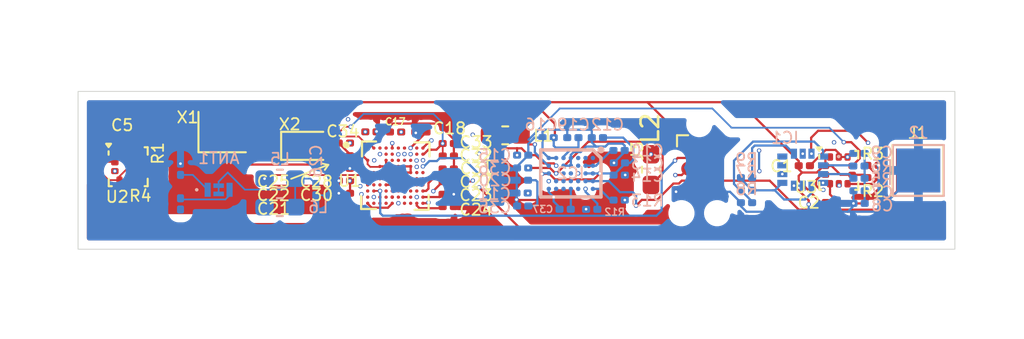
<source format=kicad_pcb>
(kicad_pcb (version 20240108) (generator "pcbnew") (generator_version "8.0")
  (layers (0 "F.Cu" signal "Front") (1 "In1.Cu" signal) (2 "In2.Cu" signal) (31 "B.Cu" signal "Back") (34 "B.Paste" user) (35 "F.Paste" user) (36 "B.SilkS" user "B.Silkscreen") (37 "F.SilkS" user "F.Silkscreen") (38 "B.Mask" user) (39 "F.Mask" user) (44 "Edge.Cuts" user))
  (net 0 "")
  (net 13 "unconnected-(U1A-P0.20-PadJ5)")
  (net 18 "/ISDS_INT_00")
  (net 24 "/ISDS_INT")
  (net 46 "/RESET")
  (net 47 "GND")
  (net 48 "/SWDIO")
  (net 49 "/SWCLK")
  (net 50 "/SWO")
  (net 51 "+3V3")
  (net 52 "VBUS")
  (net 53 "VDD")
  (net 54 "Net-(U1B-DEC4)")
  (net 55 "Net-(U1B-DECUSB)")
  (net 56 "Net-(U1C-XC1)")
  (net 57 "Net-(U1B-DEC5)")
  (net 58 "Net-(U1A-P0.00{slash}XL1)")
  (net 59 "Net-(U1A-ANT)")
  (net 60 "Net-(U1B-DEC1)")
  (net 61 "VCC")
  (net 62 "Net-(U2-SA0)")
  (net 63 "/PADS_INT01")
  (net 64 "/I2C_SDA")
  (net 65 "/I2C_SCL")
  (net 66 "Net-(U3-SA0)")
  (net 67 "Net-(ANT1-DUMMY_PAD_1)")
  (net 68 "Net-(ANT1-RADIATOR_ELECTRODE)")
  (net 69 "Net-(ANT1-FEED_POINT)")
  (net 70 "/RSVD3")
  (net 71 "Net-(IC2-VSET1)")
  (net 72 "Net-(IC2-VSET2)")
  (net 73 "/ISDS_INT_01")
  (net 74 "/PADS_INT02")
  (net 75 "/RSVD2")
  (net 76 "/SAO")
  (net 80 "/NRF_SDA")
  (net 82 "Net-(IC2-SW1)")
  (net 86 "/NRF_SCL")
  (net 89 "/SW2")
  (net 92 "/VBUSIN")
  (net 93 "Net-(IC2-VBUSOUT)")
  (net 94 "Net-(IC2-PVDD)")
  (net 95 "Net-(IC2-VOUT1)")
  (net 96 "/VOUTLD01")
  (net 97 "/3.0V")
  (net 98 "Net-(IC2-VDDIO)")
  (net 99 "/VBAT")
  (net 100 "/RF")
  (net 101 "/RSVD0")
  (net 102 "/RSVD1")
  (footprint "Resistor_SMD:R_0201_0603Metric" (layer "F.Cu") (at 171.1405 57.7855)
    (property "Reference" "R2")
    (property "Value" "0R 1%")
  )
  (footprint "Capacitor_SMD:C_0201_0603Metric" (layer "F.Cu") (at 145.36 55.185)
    (property "Reference" "C18")
    (property "Value" "1uF X7R 10%")
  )
  (footprint "TestPoint:TestPoint_Pad_2.5x2.5mm" (layer "F.Cu") (at 173.7 57.3775)
    (property "Reference" "J1")
    (property "Value" "Conn_01x01_Socket")
  )
  (footprint "NRF52840-CKAA-R:BGA94C35P10X10_360X354X51N" (layer "F.Cu") (at 143.9 57.675)
    (property "Reference" "U1")
    (property "Value" "NRF52840-CKAA-R")
  )
  (footprint "Capacitor_SMD:C_0201_0603Metric" (layer "F.Cu") (at 127.045 57.21 -90)
    (property "Reference" "C3" (hide yes))
    (property "Value" "100nF 10%")
  )
  (footprint "Capacitor_SMD:C_0201_0603Metric" (layer "F.Cu") (at 146.92 55.84 180)
    (property "Reference" "C33")
    (property "Value" "12pF NPO 2%")
  )
  (footprint "Capacitor_SMD:C_0201_0603Metric" (layer "F.Cu") (at 146.92 57.29 180)
    (property "Reference" "C31")
    (property "Value" "4.7uF X7R 10%")
  )
  (footprint "Capacitor_SMD:C_0201_0603Metric" (layer "F.Cu") (at 146.92 58.015)
    (property "Reference" "C27")
    (property "Value" "4.7uF X7S 10%")
  )
  (footprint "Resistor_SMD:R_0201_0603Metric" (layer "F.Cu") (at 171.1405 57.0855)
    (property "Reference" "R3")
    (property "Value" "~")
  )
  (footprint "Capacitor_SMD:C_0201_0603Metric" (layer "F.Cu") (at 140.99 56.535)
    (property "Reference" "C22")
    (property "Value" "12pF NP0 2%")
  )
  (footprint "Capacitor_SMD:C_0201_0603Metric" (layer "F.Cu") (at 146.92 59.44)
    (property "Reference" "C24")
    (property "Value" "4.7uF X7R 10%")
  )
  (footprint "Resistor_SMD:R_0201_0603Metric" (layer "F.Cu") (at 130.28 57.73 -90)
    (property "Reference" "R1")
    (property "Value" "0R 1%")
  )
  (footprint "Capacitor_SMD:C_0201_0603Metric" (layer "F.Cu") (at 141 58.6775)
    (property "Reference" "C30")
    (property "Value" "100nF X7R 10%")
  )
  (footprint "Capacitor_SMD:C_0201_0603Metric" (layer "F.Cu") (at 167.2255 57.1055)
    (property "Reference" "C1")
    (property "Value" "100nF 10%")
  )
  (footprint "Package_LGA:ST_HLGA-10_2x2mm_P0.5mm_LayoutBorder3x2y" (layer "F.Cu") (at 128.67 57.165)
    (property "Reference" "U2")
    (property "Value" "WSEN-PADS_2511020213301")
  )
  (footprint "Inductor_SMD:L_0603_1608Metric_Pad1.05x0.95mm_HandSolder" (layer "F.Cu") (at 158.48 57.33 90)
    (property "Reference" "L2")
    (property "Value" "2.2uH DCR <400mR 20%")
  )
  (footprint "Crystal:Crystal_SMD_2016-4Pin_2.0x1.6mm" (layer "F.Cu") (at 134.025 55.19)
    (property "Reference" "X1")
    (property "Value" "XTAL 32MHz 8pF")
  )
  (footprint "Capacitor_SMD:C_0201_0603Metric" (layer "F.Cu") (at 140.99 57.26)
    (property "Reference" "C21")
    (property "Value" "12pF NP0 2%")
  )
  (footprint "Capacitor_SMD:C_0201_0603Metric" (layer "F.Cu") (at 146.925 56.5525)
    (property "Reference" "C32")
    (property "Value" "12pF NP0 2%")
  )
  (footprint "Inductor_SMD:L_0603_1608Metric_Pad1.05x0.95mm_HandSolder" (layer "F.Cu") (at 150.17 55.375)
    (property "Reference" "L1")
    (property "Value" "2.2uH DCR <400mR 20%")
  )
  (footprint "Capacitor_SMD:C_0201_0603Metric" (layer "F.Cu") (at 128.32 55.555)
    (property "Reference" "C5")
    (property "Value" "10uF 10%")
  )
  (footprint "Capacitor_SMD:C_0201_0603Metric" (layer "F.Cu") (at 168.773 59.203)
    (property "Reference" "C2")
    (property "Value" "10uF 10%")
  )
  (footprint "Capacitor_SMD:C_0201_0603Metric" (layer "F.Cu") (at 143.915 55.185)
    (property "Reference" "C17")
    (property "Value" "1uF X7R 10%")
  )
  (footprint "Resistor_SMD:R_0201_0603Metric" (layer "F.Cu") (at 128.055 58.765 180)
    (property "Reference" "R4")
    (property "Value" "~")
  )
  (footprint "Crystal:Crystal_SMD_2012-2Pin_2.0x1.2mm" (layer "F.Cu") (at 138.59 55.975)
    (property "Reference" "X2")
    (property "Value" "XTAL 32.768kHz 9pF")
  )
  (footprint "Capacitor_SMD:C_0201_0603Metric" (layer "F.Cu") (at 142.51 55.175)
    (property "Reference" "C34")
    (property "Value" "820pF X7R 10%")
  )
  (footprint "Capacitor_SMD:C_0201_0603Metric" (layer "F.Cu") (at 140.995 55.815)
    (property "Reference" "C25")
    (property "Value" "100nF X7R 10%")
  )
  (footprint "Connector:Tag-Connect_TC2030-IDC-NL_2x03_P1.27mm_Vertical" (layer "F.Cu") (at 161.235 57.275 -90)
    (property "Reference" "J3")
    (property "Value" "TagConnect")
  )
  (footprint "Capacitor_SMD:C_0201_0603Metric" (layer "F.Cu") (at 141 57.9625)
    (property "Reference" "C28")
    (property "Value" "100nF X7R 10%")
  )
  (footprint "Package_LGA:ST_HLGA-10_2x2mm_P0.5mm_LayoutBorder3x2y" (layer "F.Cu") (at 169.1905 57.373)
    (property "Reference" "U3")
    (property "Value" "WSEN-PADS_2511020213301")
  )
  (footprint "Capacitor_SMD:C_0201_0603Metric" (layer "F.Cu") (at 146.915 58.735)
    (property "Reference" "C23")
    (property "Value" "4.7uF X7R 10%")
  )
  (footprint "Inductor_SMD:L_0603_1608Metric_Pad1.05x0.95mm_HandSolder" (layer "B.Cu") (at 137.315 59.47 180)
    (property "Reference" "L6")
    (property "Value" "4.7nH 5% 0201")
  )
  (footprint "TestPoint:TestPoint_Pad_2.5x2.5mm" (layer "B.Cu") (at 173.73 57.3775 180)
    (property "Reference" "J2")
    (property "Value" "Conn_01x01_Socket")
  )
  (footprint "Inductor_SMD:L_0603_1608Metric_Pad1.05x0.95mm_HandSolder" (layer "B.Cu") (at 137.32 57.845)
    (property "Reference" "L5")
    (property "Value" "3.9nH 5% 0201")
  )
  (footprint "Capacitor_SMD:C_0201_0603Metric" (layer "B.Cu") (at 170.348 58.5355 180)
    (property "Reference" "C7")
    (property "Value" "100nF 10%")
  )
  (footprint "Capacitor_SMD:C_0201_0603Metric" (layer "B.Cu") (at 131.65 57.31 -90)
    (property "Reference" "C4" (hide yes))
    (property "Value" "6.2pF NPO 5%")
  )
  (footprint "Capacitor_SMD:C_0201_0603Metric" (layer "B.Cu") (at 139.365 58.47 -90)
    (property "Reference" "C26")
    (property "Value" "1.0pF NPO 5%")
  )
  (footprint "Resistor_SMD:R_0201_0603Metric" (layer "B.Cu") (at 163.928 58.5055 180)
    (property "Reference" "R7")
    (property "Value" "100k 1%")
  )
  (footprint "Capacitor_SMD:C_0201_0603Metric" (layer "B.Cu") (at 170.343 56.4055 180)
    (property "Reference" "C9")
    (property "Value" "4.7uF 10%")
  )
  (footprint "Capacitor_SMD:C_0201_0603Metric" (layer "B.Cu") (at 156.66 56.2375)
    (property "Reference" "C10")
    (property "Value" "1.0uF")
  )
  (footprint "Capacitor_SMD:C_0201_0603Metric" (layer "B.Cu") (at 131.65 59.285 -90)
    (property "Reference" "C6" (hide yes))
    (property "Value" "0.8pF NPO 5%")
  )
  (footprint "ANT016008LCS2442MA1:ANT016008LCS2442MA1" (layer "B.Cu") (at 133.825 58.48)
    (property "Reference" "ANT1")
    (property "Value" "ANT016008LCS2442MA1" (hide yes))
  )
  (footprint "Capacitor_SMD:C_0201_0603Metric" (layer "B.Cu") (at 155.425 55.505 180)
    (property "Reference" "C12")
    (property "Value" "10uF X5R 25V 20%")
  )
  (footprint "nPM1300-CAAA-R:BGA35C44P7X5_308X238X51" (layer "B.Cu") (at 153.911 57.5475 180)
    (property "Reference" "IC2")
    (property "Value" "nPM1300-CAAA-R" (hide yes))
  )
  (footprint "Capacitor_SMD:C_0201_0603Metric" (layer "B.Cu") (at 156.67 57.645)
    (property "Reference" "C14")
    (property "Value" "10uF X5R 25V 20%")
  )
  (footprint "Capacitor_SMD:C_0201_0603Metric" (layer "B.Cu") (at 154.025 55.505 180)
    (property "Reference" "C19")
    (property "Value" "10uF X5R 25V 20%")
  )
  (footprint "Capacitor_SMD:C_0201_0603Metric" (layer "B.Cu") (at 170.348 59.2555 180)
    (property "Reference" "C8")
    (property "Value" "100nF 10%")
  )
  (footprint "Capacitor_SMD:C_0201_0603Metric" (layer "B.Cu") (at 152.615 55.505 180)
    (property "Reference" "C16")
    (property "Value" "10uF X5R 25V 20%")
  )
  (footprint "Capacitor_SMD:C_0201_0603Metric" (layer "B.Cu") (at 151.16 57.235 180)
    (property "Reference" "C36")
    (property "Value" "10uF X5R 25V 20%")
  )
  (footprint "2536030320001:2536030320001" (layer "B.Cu") (at 167.133 57.335 180)
    (property "Reference" "IC1")
    (property "Value" "2536030320001" (hide yes))
  )
  (footprint "Capacitor_SMD:C_0201_0603Metric" (layer "B.Cu") (at 153.585 59.59 180)
    (property "Reference" "C37")
    (property "Value" "100nF X5R 10%")
  )
  (footprint "Capacitor_SMD:C_0201_0603Metric" (layer "B.Cu") (at 151.165 59.405 180)
    (property "Reference" "C35")
    (property "Value" "10uF X5R 25V 20%")
  )
  (footprint "Resistor_SMD:R_0201_0603Metric" (layer "B.Cu") (at 155.1 59.595 180)
    (property "Reference" "R12")
    (property "Value" "47k 1%")
  )
  (footprint "Capacitor_SMD:C_0201_0603Metric" (layer "B.Cu") (at 151.165 56.505)
    (property "Reference" "C15")
    (property "Value" "10uF X5R 25V 20%")
  )
  (footprint "Resistor_SMD:R_0201_0603Metric" (layer "B.Cu") (at 170.338 57.1255 180)
    (property "Reference" "R6")
    (property "Value" "0R 1%")
  )
  (footprint "Capacitor_SMD:C_0201_0603Metric" (layer "B.Cu") (at 151.145 57.935 180)
    (property "Reference" "C20")
    (property "Value" "10uF X5R 25V 20%")
  )
  (footprint "Capacitor_SMD:C_0201_0603Metric" (layer "B.Cu") (at 151.13 58.665 180)
    (property "Reference" "C11")
    (property "Value" "1.0uF X5R 10V 10%")
  )
  (footprint "Resistor_SMD:R_0201_0603Metric" (layer "B.Cu") (at 170.343 57.8255 180)
    (property "Reference" "R5")
    (property "Value" "0R 1%")
  )
  (footprint "Resistor_SMD:R_0201_0603Metric" (layer "B.Cu") (at 156.665 59.0675)
    (property "Reference" "R13")
    (property "Value" "270k 1%")
  )
  (footprint "Resistor_SMD:R_0201_0603Metric" (layer "B.Cu") (at 163.928 59.2155 180)
    (property "Reference" "R8")
    (property "Value" "~")
  )
  (footprint "Resistor_SMD:R_0201_0603Metric" (layer "B.Cu") (at 163.928 57.7855 180)
    (property "Reference" "R9")
    (property "Value" "100k 1%")
  )
  (footprint "Capacitor_SMD:C_0201_0603Metric" (layer "B.Cu") (at 156.68 56.945 180)
    (property "Reference" "C13")
    (property "Value" "10uF X5R 25V 20%")
  )
  (gr_line (start 137.96 57.855) (end 140.08 57.055) (stroke (width 0.1)) (layer "F.SilkS"))
  (gr_line (start 139.88 57.345) (end 140.08 57.055) (stroke (width 0.1)) (layer "F.SilkS"))
  (gr_line (start 140.08 57.055) (end 139.88 57.345) (stroke (width 0.1)) (layer "F.SilkS"))
  (gr_line (start 140.08 57.055) (end 139.73 56.985) (stroke (width 0.1)) (layer "F.SilkS"))
  (gr_rect (start 125.81 52.87) (end 175.81 61.87) (stroke (width 0.05)) (fill none) (layer "Edge.Cuts"))
  (segment (start 133.325 54.64) (end 134.725 54.64) (width 0.1) (layer "F.Cu") (net 0))
  (segment (start 143.725 58.895) (end 143.725 58.9) (width 0.2) (layer "F.Cu") (net 13))
  (segment (start 145.475 56.795) (end 145.48 56.795) (width 0.127) (layer "F.Cu") (net 18))
  (via (at 168.2905 58.085369) (size 0.25) (drill 0.15) (layers "F.Cu" "B.Cu") (net 18))
  (via (at 164.66 57.415) (size 0.25) (drill 0.15) (layers "F.Cu" "B.Cu") (net 18))
  (via (at 148.315 55.3415) (size 0.25) (drill 0.15) (layers "F.Cu" "B.Cu") (net 18))
  (via (at 145.48 56.795) (size 0.25) (drill 0.15) (layers "F.Cu" "B.Cu") (net 18))
  (via (at 164.645 56.2465) (size 0.25) (drill 0.15) (layers "F.Cu" "B.Cu") (net 18))
  (segment (start 168.296 58.085) (end 168.290869 58.085) (width 0.2) (layer "B.Cu") (net 18))
  (segment (start 168.290869 58.085) (end 168.2905 58.085369) (width 0.2) (layer "B.Cu") (net 18))
  (segment (start 164.645 56.2465) (end 164.645 57.4) (width 0.127) (layer "B.Cu") (net 18))
  (segment (start 164.645 57.4) (end 164.66 57.415) (width 0.127) (layer "B.Cu") (net 18))
  (segment (start 164.397 55.958) (end 166.168 55.958) (width 0.127) (layer "B.Cu") (net 24))
  (segment (start 164.248 56.107) (end 164.397 55.958) (width 0.127) (layer "B.Cu") (net 24))
  (segment (start 164.248 57.7855) (end 164.248 56.107) (width 0.127) (layer "B.Cu") (net 24))
  (segment (start 166.168 55.958) (end 166.633 56.423) (width 0.127) (layer "B.Cu") (net 24))
  (segment (start 159.87 57.64) (end 160.235 57.64) (width 0.127) (layer "F.Cu") (net 46))
  (segment (start 160.235 57.64) (end 160.6 57.275) (width 0.127) (layer "F.Cu") (net 46))
  (via (at 144.075 59.245) (size 0.25) (drill 0.15) (layers "F.Cu" "B.Cu") (net 46))
  (via (at 159.87 57.64) (size 0.25) (drill 0.15) (layers "F.Cu" "B.Cu") (net 46))
  (segment (start 147.245 57.285) (end 147.24 57.29) (width 0.127) (layer "F.Cu") (net 47))
  (segment (start 144.075 57.495) (end 144.425 57.495) (width 0.127) (layer "F.Cu") (net 47))
  (segment (start 142.32 57.021776) (end 142.473224 57.175) (width 0.1) (layer "F.Cu") (net 47))
  (segment (start 170.028 59.2555) (end 169.1455 59.2555) (width 0.127) (layer "F.Cu") (net 47))
  (segment (start 145.068335 55.235815) (end 145.04 55.20748) (width 0.127) (layer "F.Cu") (net 47))
  (segment (start 168.999999 56.2075) (end 169.1905 56.398001) (width 0.127) (layer "F.Cu") (net 47))
  (segment (start 152.7615 59.0635) (end 150.8335 59.0635) (width 0.127) (layer "F.Cu") (net 47))
  (segment (start 144.88 54.7075) (end 145.04 54.8675) (width 0.127) (layer "F.Cu") (net 47))
  (segment (start 148.32 57.955) (end 148.26 58.015) (width 0.1) (layer "F.Cu") (net 47))
  (segment (start 171.881 58.0086) (end 171.881 57.506) (width 0.127) (layer "F.Cu") (net 47))
  (segment (start 144.075 58.195) (end 143.725 58.195) (width 0.127) (layer "F.Cu") (net 47))
  (segment (start 141.31 56.535) (end 142.0415 56.535) (width 0.127) (layer "F.Cu") (net 47))
  (segment (start 143.375 56.795) (end 143.375 57.145) (width 0.127) (layer "F.Cu") (net 47))
  (segment (start 144.075 57.145) (end 143.725 57.145) (width 0.127) (layer "F.Cu") (net 47))
  (segment (start 157.01 57.635) (end 157.01 59.045) (width 0.127) (layer "F.Cu") (net 47))
  (segment (start 143.725 57.845) (end 143.375 57.845) (width 0.127) (layer "F.Cu") (net 47))
  (segment (start 143 57.175) (end 143.025 57.15) (width 0.1) (layer "F.Cu") (net 47))
  (segment (start 171.881 57.506) (end 171.4605 57.0855) (width 0.127) (layer "F.Cu") (net 47))
  (segment (start 167.474435 59.309435) (end 167.474435 59.088435) (width 0.127) (layer "F.Cu") (net 47))
  (segment (start 143.595 55.185) (end 143.595 54.8525) (width 0.127) (layer "F.Cu") (net 47))
  (segment (start 146.3375 54.7025) (end 147.24 55.605) (width 0.127) (layer "F.Cu") (net 47))
  (segment (start 144.075 57.845) (end 143.725 57.845) (width 0.127) (layer "F.Cu") (net 47))
  (segment (start 157.01 59.045) (end 156.99 59.065) (width 0.127) (layer "F.Cu") (net 47))
  (segment (start 147.24 59.395) (end 147.235 59.4) (width 0.127) (layer "F.Cu") (net 47))
  (segment (start 170.0325 59.26) (end 170.6296 59.26) (width 0.127) (layer "F.Cu") (net 47))
  (segment (start 131.65 56.99) (end 131.0625 56.4025) (width 0.1) (layer "F.Cu") (net 47))
  (segment (start 150.8335 59.0635) (end 150.81 59.04) (width 0.127) (layer "F.Cu") (net 47))
  (segment (start 168.4435 56.2075) (end 168.999999 56.2075) (width 0.127) (layer "F.Cu") (net 47))
  (segment (start 141.31 56.45) (end 140.675 55.815) (width 0.127) (layer "F.Cu") (net 47))
  (segment (start 128.67 56.4025) (end 129.17 56.4025) (width 0.1) (layer "F.Cu") (net 47))
  (segment (start 169.1455 59.2555) (end 169.093 59.203) (width 0.127) (layer "F.Cu") (net 47))
  (segment (start 145.72 59.245) (end 145.475 59.245) (width 0.127) (layer "F.Cu") (net 47))
  (segment (start 127.06 57.44) (end 127.5475 57.9275) (width 0.1) (layer "F.Cu") (net 47))
  (segment (start 143.375 57.495) (end 143.725 57.495) (width 0.127) (layer "F.Cu") (net 47))
  (segment (start 152.93 58.895) (end 152.7615 59.0635) (width 0.127) (layer "F.Cu") (net 47))
  (segment (start 143.375 58.195) (end 143.725 58.195) (width 0.127) (layer "F.Cu") (net 47))
  (segment (start 143.585 55.175) (end 143.595 55.185) (width 0.127) (layer "F.Cu") (net 47))
  (segment (start 143.725 57.495) (end 144.075 57.495) (width 0.127) (layer "F.Cu") (net 47))
  (segment (start 147.24 58.015) (end 147.24 58.74) (width 0.127) (layer "F.Cu") (net 47))
  (segment (start 144.795 54.7025) (end 146.3375 54.7025) (width 0.127) (layer "F.Cu") (net 47))
  (segment (start 144.775 57.845) (end 144.425 57.845) (width 0.127) (layer "F.Cu") (net 47))
  (segment (start 144.425 57.145) (end 144.075 57.145) (width 0.127) (layer "F.Cu") (net 47))
  (segment (start 167.5455 57.1055) (end 168.4435 56.2075) (width 0.127) (layer "F.Cu") (net 47))
  (segment (start 156.99 59.065) (end 156.99 59.485) (width 0.127) (layer "F.Cu") (net 47))
  (segment (start 171.4605 57.0819) (end 171.4605 57.0855) (width 0.127) (layer "F.Cu") (net 47))
  (segment (start 145.04 54.8675) (end 145.04 55.185) (width 0.127) (layer "F.Cu") (net 47))
  (segment (start 170.6296 59.26) (end 171.881 58.0086) (width 0.127) (layer "F.Cu") (net 47))
  (segment (start 144.425 57.495) (end 144.775 57.495) (width 0.127) (layer "F.Cu") (net 47))
  (segment (start 144.775 58.195) (end 144.425 58.195) (width 0.127) (layer "F.Cu") (net 47))
  (segment (start 156.89 59.585) (end 154.78 59.585) (width 0.127) (layer "F.Cu") (net 47))
  (segment (start 144.775 57.495) (end 144.775 57.145) (width 0.127) (layer "F.Cu") (net 47))
  (segment (start 160.555 58.59) (end 160.6 58.545) (width 0.127) (layer "F.Cu") (net 47))
  (segment (start 128.655 56.3875) (end 128.67 56.4025) (width 0.1) (layer "F.Cu") (net 47))
  (segment (start 147.235 59.4) (end 147.24 59.405) (width 0.127) (layer "F.Cu") (net 47))
  (segment (start 147.24 55.84) (end 147.24 56.5475) (width 0.127) (layer "F.Cu") (net 47))
  (segment (start 169.093 59.148) (end 168.6905 58.7455) (width 0.127) (layer "F.Cu") (net 47))
  (segment (start 147.24 55.605) (end 147.24 55.84) (width 0.127) (layer "F.Cu") (net 47))
  (segment (start 142.83 55.152) (end 142.83 55.175) (width 0.127) (layer "F.Cu") (net 47))
  (segment (start 143.375 57.145) (end 143.725 57.145) (width 0.127) (layer "F.Cu") (net 47))
  (segment (start 142.83 55.175) (end 143.585 55.175) (width 0.127) (layer "F.Cu") (net 47))
  (segment (start 143.595 54.8525) (end 143.745 54.7025) (width 0.127) (layer "F.Cu") (net 47))
  (segment (start 144.775 57.145) (end 144.425 57.145) (width 0.127) (layer "F.Cu") (net 47))
  (segment (start 167.474435 59.088435) (end 166.633 58.247) (width 0.127) (layer "F.Cu") (net 47))
  (segment (start 168.6905 58.7455) (end 168.6905 58.1355) (width 0.127) (layer "F.Cu") (net 47))
  (segment (start 144.425 58.195) (end 144.075 58.195) (width 0.127) (layer "F.Cu") (net 47))
  (segment (start 145.791999 59.206501) (end 145.758499 59.206501) (width 0.127) (layer "F.Cu") (net 47))
  (segment (start 140.68 58.6775) (end 140.68 57.9625) (width 0.127) (layer "F.Cu") (net 47))
  (segment (start 127.5475 57.9275) (end 128.17 57.9275) (width 0.1) (layer "F.Cu") (net 47))
  (segment (start 144.425 57.845) (end 144.075 57.845) (width 0.127) (layer "F.Cu") (net 47))
  (segment (start 148.26 58.015) (end 147.24 58.015) (width 0.1) (layer "F.Cu") (net 47))
  (segment (start 147.245 56.5525) (end 147.245 57.285) (width 0.127) (layer "F.Cu") (net 47))
  (segment (start 128.67 57.215001) (end 128.67 56.4025) (width 0.1) (layer "F.Cu") (net 47))
  (segment (start 156.99 59.485) (end 156.89 59.585) (width 0.127) (layer "F.Cu") (net 47))
  (segment (start 147.24 56.5475) (end 147.245 56.5525) (width 0.127) (layer "F.Cu") (net 47))
  (segment (start 169.1905 56.6105) (end 169.6905 56.6105) (width 0.127) (layer "F.Cu") (net 47))
  (segment (start 141.31 57.26) (end 141.31 56.535) (width 0.127) (layer "F.Cu") (net 47))
  (segment (start 147.24 58.74) (end 147.24 59.395) (width 0.127) (layer "F.Cu") (net 47))
  (segment (start 143.375 57.145) (end 143.025 57.145) (width 0.127) (layer "F.Cu") (net 47))
  (segment (start 131.0625 56.4025) (end 129.17 56.4025) (width 0.1) (layer "F.Cu") (net 47))
  (segment (start 157.01 57.585) (end 156.37 56.945) (width 0.127) (layer "F.Cu") (net 47))
  (segment (start 147.24 58.015) (end 147.24 57.29) (width 0.127) (layer "F.Cu") (net 47))
  (segment (start 145.758499 59.206501) (end 145.72 59.245) (width 0.127) (layer "F.Cu") (net 47))
  (segment (start 169.1905 56.398001) (end 169.1905 56.6105) (width 0.127) (layer "F.Cu") (net 47))
  (segment (start 128.17 57.715001) (end 128.67 57.215001) (width 0.1) (layer "F.Cu") (net 47))
  (segment (start 159.91 58.59) (end 160.555 58.59) (width 0.127) (layer "F.Cu") (net 47))
  (segment (start 143.375 57.845) (end 143.375 57.495) (width 0.127) (layer "F.Cu") (net 47))
  (segment (start 143.745 54.7025) (end 144.785 54.7025) (width 0.127) (layer "F.Cu") (net 47))
  (segment (start 170.028 59.2555) (end 170.0325 59.26) (width 0.127) (layer "F.Cu") (net 47))
  (segment (start 128.655 55.555) (end 128.655 56.3875) (width 0.1) (layer "F.Cu") (net 47))
  (segment (start 147.24 59.405) (end 147.24 59.44) (width 0.127) (layer "F.Cu") (net 47))
  (segment (start 152.93 58.895) (end 153.62 59.585) (width 0.127) (layer "F.Cu") (net 47))
  (segment (start 142.32 56.8) (end 142.32 57.021776) (width 0.1) (layer "F.Cu") (net 47))
  (segment (start 169.093 59.203) (end 169.093 59.148) (width 0.127) (layer "F.Cu") (net 47))
  (segment (start 142.0415 56.535) (end 142.3065 56.8) (width 0.127) (layer "F.Cu") (net 47))
  (segment (start 142.473224 57.175) (end 143 57.175) (width 0.1) (layer "F.Cu") (net 47))
  (segment (start 141.31 56.535) (end 141.31 56.45) (width 0.127) (layer "F.Cu") (net 47))
  (segment (start 128.17 57.9275) (end 128.17 57.715001) (width 0.1) (layer "F.Cu") (net 47))
  (segment (start 145.04 55.20748) (end 145.04 55.185) (width 0.127) (layer "F.Cu") (net 47))
  (segment (start 144.775 58.195) (end 144.775 57.845) (width 0.127) (layer "F.Cu") (net 47))
  (segment (start 157.01 57.635) (end 157.01 57.585) (width 0.127) (layer "F.Cu") (net 47))
  (segment (start 153.62 59.585) (end 154.78 59.585) (width 0.127) (layer "F.Cu") (net 47))
  (via (at 148.32 57.955) (size 0.25) (drill 0.15) (layers "F.Cu" "B.Cu") (net 47))
  (via (at 141.905 58.275) (size 0.25) (drill 0.15) (layers "F.Cu" "B.Cu") (net 47))
  (via (at 150.81 59.04) (size 0.25) (drill 0.15) (layers "F.Cu" "B.Cu") (net 47))
  (via (at 171.4605 57.0855) (size 0.25) (drill 0.15) (layers "F.Cu" "B.Cu") (net 47))
  (via (at 170.028 59.2555) (size 0.25) (drill 0.15) (layers "F.Cu" "B.Cu") (net 47))
  (via (at 145.068335 55.235815) (size 0.25) (drill 0.15) (layers "F.Cu" "B.Cu") (net 47))
  (via (at 131.65 56.99) (size 0.25) (drill 0.15) (layers "F.Cu" "B.Cu") (net 47))
  (via (at 166.633 58.247) (size 0.25) (drill 0.15) (layers "F.Cu" "B.Cu") (net 47))
  (via (at 159.91 58.59) (size 0.25) (drill 0.15) (layers "F.Cu" "B.Cu") (net 47))
  (via (at 141.205 54.46) (size 0.25) (drill 0.15) (layers "F.Cu" "B.Cu") (net 47))
  (via (at 157.01 57.635) (size 0.25) (drill 0.15) (layers "F.Cu" "B.Cu") (net 47))
  (via (at 152.93 58.895) (size 0.25) (drill 0.15) (layers "F.Cu" "B.Cu") (net 47))
  (via (at 169.6905 56.6105) (size 0.25) (drill 0.15) (layers "F.Cu" "B.Cu") (net 47))
  (via (at 156.37 56.945) (size 0.25) (drill 0.15) (layers "F.Cu" "B.Cu") (net 47))
  (via (at 141.31 57.26) (size 0.25) (drill 0.15) (layers "F.Cu" "B.Cu") (net 47))
  (via (at 145.791999 59.206501) (size 0.25) (drill 0.15) (layers "F.Cu" "B.Cu") (net 47))
  (via (at 142.83 55.152) (size 0.25) (drill 0.15) (layers "F.Cu" "B.Cu") (net 47))
  (via (at 167.474435 59.309435) (size 0.25) (drill 0.15) (layers "F.Cu" "B.Cu") (net 47))
  (via (at 147.235 58.735) (size 0.25) (drill 0.15) (layers "F.Cu" "B.Cu") (net 47))
  (via (at 156.99 59.065) (size 0.25) (drill 0.15) (layers "F.Cu" "B.Cu") (net 47))
  (via (at 144.421989 56.441989) (size 0.25) (drill 0.15) (layers "F.Cu" "B.Cu") (net 47))
  (via (at 140.68 58.6775) (size 0.25) (drill 0.15) (layers "F.Cu" "B.Cu") (net 47))
  (via (at 154.78 59.585) (size 0.25) (drill 0.15) (layers "F.Cu" "B.Cu") (net 47))
  (via (at 140.68 57.9625) (size 0.25) (drill 0.15) (layers "F.Cu" "B.Cu") (net 47))
  (segment (start 169.8955 56.4055) (end 169.6905 56.6105) (width 0.1) (layer "B.Cu") (net 47))
  (segment (start 155.105 55.77) (end 155.105 55.505) (width 0.127) (layer "B.Cu") (net 47))
  (segment (start 151.485 55.86) (end 151.485 56.505) (width 0.127) (layer "B.Cu") (net 47))
  (segment (start 155.35 56.015) (end 155.17 55.835) (width 0.127) (layer "B.Cu") (net 47))
  (segment (start 152.93 58.895) (end 152.654 58.619) (width 0.127) (layer "B.Cu") (net 47))
  (segment (start 152.295 55.17) (end 152.41 55.055) (width 0.127) (layer "B.Cu") (net 47))
  (segment (start 153.911 56.6675) (end 153.911 56.490724) (width 0.127) (layer "B.Cu") (net 47))
  (segment (start 156.37 56.945) (end 156.3564 56.945) (width 0.127) (layer "B.Cu") (net 47))
  (segment (start 155.105 55.1) (end 155.105 55.505) (width 0.127) (layer "B.Cu") (net 47))
  (segment (start 173.73 57.38) (end 173.73 57.3775) (width 0.127) (layer "B.Cu") (net 47))
  (segment (start 152.93 59.145) (end 153.38 59.595) (width 0.127) (layer "B.Cu") (net 47))
  (segment (start 156.36 56.9414) (end 156.36 56.945) (width 0.127) (layer "B.Cu") (net 47))
  (segment (start 153.71 55.055) (end 155.06 55.055) (width 0.127) (layer "B.Cu") (net 47))
  (segment (start 150.81 58.665) (end 150.81 59.37) (width 0.127) (layer "B.Cu") (net 47))
  (segment (start 156.98 56.2375) (end 156.8905 56.327) (width 0.127) (layer "B.Cu") (net 47))
  (segment (start 167.64 59.7315) (end 169.7035 59.7315) (width 0.127) (layer "B.Cu") (net 47))
  (segment (start 156.8905 56.4109) (end 156.37 56.9314) (width 0.127) (layer "B.Cu") (net 47))
  (segment (start 150.81 59.04) (end 150.845 59.075) (width 0.127) (layer "B.Cu") (net 47))
  (segment (start 156.0466 55.847) (end 155.8786 56.015) (width 0.127) (layer "B.Cu") (net 47))
  (segment (start 152.654 58.619) (end 152.654 58.4275) (width 0.127) (layer "B.Cu") (net 47))
  (segment (start 156.98 59.0625) (end 156.985 59.0675) (width 0.127) (layer "B.Cu") (net 47))
  (segment (start 140.71 57.9325) (end 140.68 57.9625) (width 0.127) (layer "B.Cu") (net 47))
  (segment (start 152.295 55.505) (end 152.295 55.17) (width 0.127) (layer "B.Cu") (net 47))
  (segment (start 140.6 58.0425) (end 140.68 57.9625) (width 0.1) (layer "B.Cu") (net 47))
  (segment (start 162.9875 58.595) (end 163.608 59.2155) (width 0.127) (layer "B.Cu") (net 47))
  (segment (start 156.8905 56.327) (end 156.8905 56.4109) (width 0.127) (layer "B.Cu") (net 47))
  (segment (start 153.073 56.6675) (end 152.654 56.6675) (width 0.127) (layer "B.Cu") (net 47))
  (segment (start 151.84 55.505) (end 152.295 55.505) (width 0.127) (layer "B.Cu") (net 47))
  (segment (start 159.915 58.595) (end 162.9875 58.595) (width 0.127) (layer "B.Cu") (net 47))
  (segment (start 140.5675 58.79) (end 140.68 58.6775) (width 0.1) (layer "B.Cu") (net 47))
  (segment (start 152.93 58.895) (end 152.93 59.145) (width 0.127) (layer "B.Cu") (net 47))
  (segment (start 155.8786 56.015) (end 155.35 56.015) (width 0.127) (layer "B.Cu") (net 47))
  (segment (start 153.705 55.505) (end 153.705 55.06) (width 0.127) (layer "B.Cu") (net 47))
  (segment (start 152.295 56.3085) (end 152.295 55.505) (width 0.127) (layer "B.Cu") (net 47))
  (segment (start 150.845 59.075) (end 150.845 59.405) (width 0.127) (layer "B.Cu") (net 47))
  (segment (start 151.84 55.505) (end 151.485 55.86) (width 0.127) (layer "B.Cu") (net 47))
  (segment (start 167.474435 59.565935) (end 167.64 59.7315) (width 0.127) (layer "B.Cu") (net 47))
  (segment (start 166.633 58.247) (end 167.133 58.247) (width 0.127) (layer "B.Cu") (net 47))
  (segment (start 156.37 56.9314) (end 156.37 56.945) (width 0.127) (layer "B.Cu") (net 47))
  (segment (start 152.41 55.055) (end 153.71 55.055) (width 0.127) (layer "B.Cu") (net 47))
  (segment (start 159.91 58.59) (end 159.915 58.595) (width 0.127) (layer "B.Cu") (net 47))
  (segment (start 154.072724 56.329) (end 154.471 56.329) (width 0.127) (layer "B.Cu") (net 47))
  (segment (start 156.985 57.65) (end 157 57.635) (width 0.127) (layer "B.Cu") (net 47))
  (segment (start 157.01 57.625) (end 156.99 57.645) (width 0.127) (layer "B.Cu") (net 47))
  (segment (start 150.825 57.25) (end 150.84 57.235) (width 0.127) (layer "B.Cu") (net 47))
  (segment (start 169.7035 59.7315) (end 170.028 59.407) (width 0.127) (layer "B.Cu") (net 47))
  (segment (start 150.825 57.935) (end 150.825 58.65) (width 0.127) (layer "B.Cu") (net 47))
  (segment (start 152.654 56.6675) (end 152.295 56.3085) (width 0.127) (layer "B.Cu") (net 47))
  (segment (start 150.84 57.15) (end 151.485 56.505) (width 0.127) (layer "B.Cu") (net 47))
  (segment (start 156.98 55.965) (end 156.862 55.847) (width 0.127) (layer "B.Cu") (net 47))
  (segment (start 169.7035 59.7315) (end 171.3785 59.7315) (width 0.127) (layer "B.Cu") (net 47))
  (segment (start 150.81 59.37) (end 150.845 59.405) (width 0.127) (layer "B.Cu") (net 47))
  (segment (start 150.825 58.65) (end 150.81 58.665) (width 0.127) (layer "B.Cu") (net 47))
  (segment (start 155.06 55.055) (end 155.105 55.1) (width 0.127) (layer "B.Cu") (net 47))
  (segment (start 154.785 56.015) (end 155.35 56.015) (width 0.127) (layer "B.Cu") (net 47))
  (segment (start 153.911 56.6675) (end 153.911 57.1075) (width 0.127) (layer "B.Cu") (net 47))
  (segment (start 156.985 59.0675) (end 156.99 59.065) (width 0.127) (layer "B.Cu") (net 47))
  (segment (start 170.023 56.4055) (end 169.8955 56.4055) (width 0.1) (layer "B.Cu") (net 47))
  (segment (start 171.3785 59.7315) (end 173.73 57.38) (width 0.127) (layer "B.Cu") (net 47))
  (segment (start 170.028 59.407) (end 170.028 59.2555) (width 0.127) (layer "B.Cu") (net 47))
  (segment (start 156.3564 56.945) (end 156.36 56.9414) (width 0.127) (layer "B.Cu") (net 47))
  (segment (start 153.492 57.1075) (end 153.911 57.1075) (width 0.127) (layer "B.Cu") (net 47))
  (segment (start 163.924001 59.7315) (end 167.64 59.7315) (width 0.127) (layer "B.Cu") (net 47))
  (segment (start 163.608 59.415499) (end 163.924001 59.7315) (width 0.127) (layer "B.Cu") (net 47))
  (segment (start 157 57.635) (end 157.01 57.635) (width 0.127) (layer "B.Cu") (net 47))
  (segment (start 167.474435 59.309435) (end 167.474435 59.565935) (width 0.127) (layer "B.Cu") (net 47))
  (segment (start 153.705 55.06) (end 153.71 55.055) (width 0.127) (layer "B.Cu") (net 47))
  (segment (start 156.862 55.847) (end 156.0466 55.847) (width 0.127) (layer "B.Cu") (net 47))
  (segment (start 150.825 57.935) (end 150.825 57.25) (width 0.127) (layer "B.Cu") (net 47))
  (segment (start 150.84 57.235) (end 150.84 57.15) (width 0.127) (layer "B.Cu") (net 47))
  (segment (start 155.17 55.835) (end 155.105 55.77) (width 0.127) (layer "B.Cu") (net 47))
  (segment (start 163.608 59.2155) (end 163.608 59.415499) (width 0.127) (layer "B.Cu") (net 47))
  (segment (start 153.911 56.490724) (end 154.072724 56.329) (width 0.127) (layer "B.Cu") (net 47))
  (segment (start 139.365 58.79) (end 140.5675 58.79) (width 0.1) (layer "B.Cu") (net 47))
  (segment (start 154.471 56.329) (end 154.785 56.015) (width 0.127) (layer "B.Cu") (net 47))
  (segment (start 156.98 56.2375) (end 156.98 55.965) (width 0.127) (layer "B.Cu") (net 47))
  (segment (start 170.028 59.2555) (end 170.028 58.5355) (width 0.127) (layer "B.Cu") (net 47))
  (segment (start 157.01 57.635) (end 157.01 57.625) (width 0.127) (layer "B.Cu") (net 47))
  (segment (start 161.415 60.585) (end 161.415 59) (width 0.127) (layer "F.Cu") (net 48))
  (segment (start 151.36 61.025) (end 160.975 61.025) (width 0.127) (layer "F.Cu") (net 48))
  (segment (start 161.415 59) (end 161.87 58.545) (width 0.127) (layer "F.Cu") (net 48))
  (segment (start 148.68 58.345) (end 151.36 61.025) (width 0.127) (layer "F.Cu") (net 48))
  (segment (start 160.975 61.025) (end 161.415 60.585) (width 0.127) (layer "F.Cu") (net 48))
  (via (at 148.68 58.345) (size 0.25) (drill 0.15) (layers "F.Cu" "B.Cu") (net 48))
  (via (at 142.678011 58.891989) (size 0.25) (drill 0.15) (layers "F.Cu" "B.Cu") (net 48))
  (segment (start 161.87 57.275) (end 161.955 57.275) (width 0.127) (layer "F.Cu") (net 49))
  (segment (start 161.955 57.275) (end 161.995 57.235) (width 0.127) (layer "F.Cu") (net 49))
  (segment (start 161.26 56.665) (end 161.87 57.275) (width 0.127) (layer "F.Cu") (net 49))
  (segment (start 159.85 56.82) (end 160.005 56.665) (width 0.127) (layer "F.Cu") (net 49))
  (segment (start 142.675 58.545) (end 142.674999 58.545001) (width 0.1) (layer "F.Cu") (net 49))
  (segment (start 160.005 56.665) (end 161.26 56.665) (width 0.127) (layer "F.Cu") (net 49))
  (segment (start 142.674999 58.545001) (end 143.030001 58.545001) (width 0.1) (layer "F.Cu") (net 49))
  (via (at 143.030001 58.545001) (size 0.25) (drill 0.15) (layers "F.Cu" "B.Cu") (net 49))
  (via (at 159.85 56.82) (size 0.25) (drill 0.15) (layers "F.Cu" "B.Cu") (net 49))
  (segment (start 143.039558 59.812788) (end 143.18527 59.9585) (width 0.127) (layer "B.Cu") (net 49))
  (segment (start 143.030001 58.545001) (end 143.039558 58.554558) (width 0.127) (layer "B.Cu") (net 49))
  (segment (start 158.7915 59.9585) (end 159.09 59.66) (width 0.127) (layer "B.Cu") (net 49))
  (segment (start 159.09 59.66) (end 159.09 57.585) (width 0.127) (layer "B.Cu") (net 49))
  (segment (start 159.73 56.945) (end 159.73 56.94) (width 0.127) (layer "B.Cu") (net 49))
  (segment (start 159.73 56.94) (end 159.85 56.82) (width 0.127) (layer "B.Cu") (net 49))
  (segment (start 159.09 57.585) (end 159.73 56.945) (width 0.127) (layer "B.Cu") (net 49))
  (segment (start 143.039558 58.554558) (end 143.039558 59.812788) (width 0.127) (layer "B.Cu") (net 49))
  (segment (start 143.18527 59.9585) (end 158.7915 59.9585) (width 0.127) (layer "B.Cu") (net 49))
  (segment (start 153 55.44) (end 153 54.72) (width 0.127) (layer "F.Cu") (net 51))
  (segment (start 166.905 57.687001) (end 167.096001 57.496) (width 0.127) (layer "F.Cu") (net 51))
  (segment (start 168.153 59.203) (end 166.905 57.955) (width 0.127) (layer "F.Cu") (net 51))
  (segment (start 166.905 57.955) (end 166.905 57.687001) (width 0.127) (layer "F.Cu") (net 51))
  (segment (start 127.8825 56.89) (end 127.9075 56.915) (width 0.1) (layer "F.Cu") (net 51))
  (segment (start 160.235 55.64) (end 160.6 56.005) (width 0.127) (layer "F.Cu") (net 51))
  (segment (start 169.286076 57.623) (end 168.786076 57.123) (width 0.127) (layer "F.Cu") (net 51))
  (segment (start 128 55.555) (end 130.07 53.485) (width 0.127) (layer "F.Cu") (net 51))
  (segment (start 152.935 55.505) (end 153 55.44) (width 0.127) (layer "F.Cu") (net 51))
  (segment (start 169.955 57.625) (end 170.66 57.625) (width 0.127) (layer "F.Cu") (net 51))
  (segment (start 167.096001 57.496) (end 167.939 57.496) (width 0.127) (layer "F.Cu") (net 51))
  (segment (start 167.939 57.496) (end 168.312 57.123) (width 0.127) (layer "F.Cu") (net 51))
  (segment (start 130.07 53.485) (end 151.765 53.485) (width 0.127) (layer "F.Cu") (net 51))
  (segment (start 166.9055 57.1055) (end 166.9055 56.8405) (width 0.127) (layer "F.Cu") (net 51))
  (segment (start 166.9055 57.1055) (end 166.9055 57.305499) (width 0.127) (layer "F.Cu") (net 51))
  (segment (start 130.28 57.41) (end 129.4375 57.41) (width 0.1) (layer "F.Cu") (net 51))
  (segment (start 160.235 55.445) (end 160.235 55.64) (width 0.127) (layer "F.Cu") (net 51))
  (segment (start 169.953 57.623) (end 169.955 57.625) (width 0.127) (layer "F.Cu") (net 51))
  (segment (start 168.428 56.732) (end 168.5495 56.6105) (width 0.127) (layer "F.Cu") (net 51))
  (segment (start 170.66 57.625) (end 170.8205 57.7855) (width 0.127) (layer "F.Cu") (net 51))
  (segment (start 168.5495 56.6105) (end 168.6905 56.6105) (width 0.127) (layer "F.Cu") (net 51))
  (segment (start 128.17 56.6525) (end 127.9075 56.915) (width 0.1) (layer "F.Cu") (net 51))
  (segment (start 163.55 53.485) (end 158.275 53.485) (width 0.127) (layer "F.Cu") (net 51))
  (segment (start 166.905 57.106) (end 166.9055 57.1055) (width 0.127) (layer "F.Cu") (net 51))
  (segment (start 129.4375 57.41) (end 129.4325 57.415) (width 0.1) (layer "F.Cu") (net 51))
  (segment (start 158.275 53.485) (end 160.235 55.445) (width 0.127) (layer "F.Cu") (net 51))
  (segment (start 127.7925 56.8) (end 127.9075 56.915) (width 0.1) (layer "F.Cu") (net 51))
  (segment (start 166.9055 56.8405) (end 163.55 53.485) (width 0.127) (layer "F.Cu") (net 51))
  (segment (start 168.428 57.123) (end 168.428 56.732) (width 0.127) (layer "F.Cu") (net 51))
  (segment (start 128 55.555) (end 128 56.2325) (width 0.1) (layer "F.Cu") (net 51))
  (segment (start 168.312 57.123) (end 168.428 57.123) (width 0.127) (layer "F.Cu") (net 51))
  (segment (start 168.453 59.203) (end 168.153 59.203) (width 0.127) (layer "F.Cu") (net 51))
  (segment (start 151.765 53.485) (end 153 54.72) (width 0.127) (layer "F.Cu") (net 51))
  (segment (start 128.17 56.4025) (end 128.17 56.6525) (width 0.1) (layer "F.Cu") (net 51))
  (segment (start 168.786076 57.123) (end 168.428 57.123) (width 0.127) (layer "F.Cu") (net 51))
  (segment (start 127.045 56.89) (end 127.8825 56.89) (width 0.1) (layer "F.Cu") (net 51))
  (segment (start 151.765 53.485) (end 158.275 53.485) (width 0.127) (layer "F.Cu") (net 51))
  (segment (start 169.953 57.623) (end 169.286076 57.623) (width 0.127) (layer "F.Cu") (net 51))
  (segment (start 128 56.2325) (end 128.17 56.4025) (width 0.1) (layer "F.Cu") (net 51))
  (segment (start 166.9055 57.305499) (end 167.096001 57.496) (width 0.127) (layer "F.Cu") (net 51))
  (via (at 152.935 55.505) (size 0.25) (drill 0.15) (layers "F.Cu" "B.Cu") (net 51))
  (segment (start 153.04 56.075) (end 153.839999 56.075) (width 0.127) (layer "B.Cu") (net 51))
  (segment (start 152.935 55.505) (end 152.935 55.97) (width 0.127) (layer "B.Cu") (net 51))
  (segment (start 154.34 56.075) (end 154.345 56.07) (width 0.127) (layer "B.Cu") (net 51))
  (segment (start 154.345 56.07) (end 154.345 55.505) (width 0.127) (layer "B.Cu") (net 51))
  (segment (start 153.839999 56.240699) (end 153.839999 56.075) (width 0.127) (layer "B.Cu") (net 51))
  (segment (start 153.492 56.6675) (end 153.492 56.588698) (width 0.127) (layer "B.Cu") (net 51))
  (segment (start 153.492 56.588698) (end 153.839999 56.240699) (width 0.127) (layer "B.Cu") (net 51))
  (segment (start 152.935 55.97) (end 153.04 56.075) (width 0.127) (layer "B.Cu") (net 51))
  (segment (start 153.839999 56.075) (end 154.34 56.075) (width 0.127) (layer "B.Cu") (net 51))
  (segment (start 146.06489 58.565) (end 146.069759 58.560131) (width 0.127) (layer "F.Cu") (net 52))
  (segment (start 146.6 58.015) (end 146.06 58.555) (width 0.127) (layer "F.Cu") (net 52))
  (segment (start 146.06 58.555) (end 146.06 58.565) (width 0.127) (layer "F.Cu") (net 52))
  (segment (start 146.06 58.565) (end 146.06489 58.565) (width 0.127) (layer "F.Cu") (net 52))
  (via (at 146.069759 58.560131) (size 0.25) (drill 0.15) (layers "F.Cu" "B.Cu") (net 52))
  (via (at 145.125 58.895) (size 0.25) (drill 0.15) (layers "F.Cu" "B.Cu") (net 52))
  (segment (start 145.658815 58.545) (end 145.475 58.545) (width 0.127) (layer "F.Cu") (net 53))
  (segment (start 142.325 59.245) (end 142.325 59.275) (width 0.127) (layer "F.Cu") (net 53))
  (segment (start 143.482075 59.5035) (end 143.725 59.260575) (width 0.127) (layer "F.Cu") (net 53))
  (segment (start 143.725 59.260575) (end 143.725 59.245) (width 0.127) (layer "F.Cu") (net 53))
  (segment (start 141.32 58.6775) (end 141.32 57.9625) (width 0.127) (layer "F.Cu") (net 53))
  (segment (start 144.775 56.445) (end 144.775 56.448915) (width 0.127) (layer "F.Cu") (net 53))
  (segment (start 144.775 56.445) (end 144.775 56.447974) (width 0.127) (layer "F.Cu") (net 53))
  (segment (start 142.31 59.23) (end 142.325 59.245) (width 0.127) (layer "F.Cu") (net 53))
  (segment (start 142.5535 59.5035) (end 143.482075 59.5035) (width 0.127) (layer "F.Cu") (net 53))
  (segment (start 142.325 59.275) (end 142.5535 59.5035) (width 0.127) (layer "F.Cu") (net 53))
  (segment (start 144.775 56.448915) (end 144.7739 56.450015) (width 0.127) (layer "F.Cu") (net 53))
  (segment (start 145.7905 58.0995) (end 145.7905 58.413315) (width 0.127) (layer "F.Cu") (net 53))
  (segment (start 145.7905 58.413315) (end 145.658815 58.545) (width 0.127) (layer "F.Cu") (net 53))
  (segment (start 144.775 56.447974) (end 144.775026 56.448) (width 0.127) (layer "F.Cu") (net 53))
  (segment (start 146.6 57.29) (end 145.7905 58.0995) (width 0.127) (layer "F.Cu") (net 53))
  (via (at 141.3 57.9675) (size 0.25) (drill 0.15) (layers "F.Cu" "B.Cu") (net 53))
  (via (at 144.235 55.185) (size 0.25) (drill 0.15) (layers "F.Cu" "B.Cu") (net 53))
  (via (at 144.775026 56.448) (size 0.25) (drill 0.15) (layers "F.Cu" "B.Cu") (net 53))
  (via (at 143.025 56.445) (size 0.25) (drill 0.15) (layers "F.Cu" "B.Cu") (net 53))
  (segment (start 164.248 58.5055) (end 164.248 58.5019) (width 0.127) (layer "B.Cu") (net 53))
  (segment (start 164.248 58.5055) (end 164.2525 58.51) (width 0.127) (layer "B.Cu") (net 53))
  (segment (start 165.545 58.51) (end 165.97 58.085) (width 0.127) (layer "B.Cu") (net 53))
  (segment (start 164.2525 58.51) (end 165.545 58.51) (width 0.127) (layer "B.Cu") (net 53))
  (segment (start 166.07 59.035) (end 167.2595 59.035) (width 0.127) (layer "B.Cu") (net 53))
  (segment (start 164.248 58.5019) (end 163.608 57.8619) (width 0.127) (layer "B.Cu") (net 53))
  (segment (start 170.663 57.1305) (end 170.658 57.1255) (width 0.127) (layer "B.Cu") (net 53))
  (segment (start 170.663 58.5305) (end 170.668 58.5355) (width 0.127) (layer "B.Cu") (net 53))
  (segment (start 163.608 57.8619) (end 163.608 57.7855) (width 0.127) (layer "B.Cu") (net 53))
  (segment (start 167.633 58.6615) (end 167.633 58.247) (width 0.127) (layer "B.Cu") (net 53))
  (segment (start 170.663 57.8255) (end 170.663 58.5305) (width 0.127) (layer "B.Cu") (net 53))
  (segment (start 165.415 58.51) (end 165.545 58.51) (width 0.127) (layer "B.Cu") (net 53))
  (segment (start 165.545 58.51) (end 166.07 59.035) (width 0.127) (layer "B.Cu") (net 53))
  (segment (start 167.2595 59.035) (end 167.633 58.6615) (width 0.127) (layer "B.Cu") (net 53))
  (segment (start 170.663 57.1205) (end 170.658 57.1255) (width 0.127) (layer "B.Cu") (net 53))
  (segment (start 170.663 56.4055) (end 170.663 57.1205) (width 0.127) (layer "B.Cu") (net 53))
  (segment (start 170.663 57.8255) (end 170.663 57.1305) (width 0.127) (layer "B.Cu") (net 53))
  (segment (start 170.668 58.5355) (end 170.668 59.2555) (width 0.127) (layer "B.Cu") (net 53))
  (segment (start 145.674425 55.185) (end 144.799925 56.0595) (width 0.127) (layer "F.Cu") (net 54))
  (segment (start 145.68 55.185) (end 145.674425 55.185) (width 0.127) (layer "F.Cu") (net 54))
  (segment (start 144.799925 56.0595) (end 144.775 56.0595) (width 0.127) (layer "F.Cu") (net 54))
  (segment (start 145.68 55.185) (end 145.645416 55.185) (width 0.127) (layer "F.Cu") (net 54))
  (segment (start 144.775 56.095) (end 144.771989 56.098011) (width 0.127) (layer "F.Cu") (net 54))
  (segment (start 142.69 56.795) (end 142.695 56.8) (width 0.127) (layer "F.Cu") (net 54))
  (segment (start 142.675 56.795) (end 142.69 56.795) (width 0.127) (layer "F.Cu") (net 54))
  (via (at 144.771989 56.098011) (size 0.25) (drill 0.15) (layers "F.Cu" "B.Cu") (net 54))
  (via (at 142.695 56.8) (size 0.25) (drill 0.15) (layers "F.Cu" "B.Cu") (net 54))
  (segment (start 144.771989 56.056421) (end 144.771989 56.098011) (width 0.127) (layer "B.Cu") (net 54))
  (segment (start 145.125 59.245) (end 145.125 59.37935) (width 0.127) (layer "F.Cu") (net 55))
  (segment (start 145.27615 59.5305) (end 146.5095 59.5305) (width 0.127) (layer "F.Cu") (net 55))
  (segment (start 146.5095 59.5305) (end 146.6 59.44) (width 0.127) (layer "F.Cu") (net 55))
  (segment (start 145.125 59.37935) (end 145.27615 59.5305) (width 0.127) (layer "F.Cu") (net 55))
  (segment (start 140.67 57.245) (end 140.67 57.26) (width 0.127) (layer "F.Cu") (net 56))
  (segment (start 140.122 57.26) (end 139.9035 57.0415) (width 0.127) (layer "F.Cu") (net 56))
  (segment (start 139.9035 57.0415) (end 135.5565 57.0415) (width 0.127) (layer "F.Cu") (net 56))
  (segment (start 135.5565 57.0415) (end 134.87 56.355) (width 0.127) (layer "F.Cu") (net 56))
  (segment (start 133.94 56.355) (end 133.325 55.74) (width 0.127) (layer "F.Cu") (net 56))
  (segment (start 140.67 57.26) (end 140.122 57.26) (width 0.127) (layer "F.Cu") (net 56))
  (segment (start 134.87 56.355) (end 133.94 56.355) (width 0.127) (layer "F.Cu") (net 56))
  (via (at 142.19 55.175) (size 0.25) (drill 0.15) (layers "F.Cu" "B.Cu") (net 57))
  (segment (start 140.463676 55.44) (end 140.295 55.608676) (width 0.1) (layer "F.Cu") (net 58))
  (segment (start 135.84 55.975) (end 137.89 55.975) (width 0.1) (layer "F.Cu") (net 58))
  (segment (start 139.29 55.975) (end 140.11 55.975) (width 0.1) (layer "F.Cu") (net 58))
  (segment (start 135.605 55.74) (end 135.84 55.975) (width 0.1) (layer "F.Cu") (net 58))
  (segment (start 134.725 55.74) (end 135.605 55.74) (width 0.1) (layer "F.Cu") (net 58))
  (segment (start 146.605 56.5525) (end 146.605 55.845) (width 0.1) (layer "F.Cu") (net 58))
  (segment (start 141.355 54.885) (end 141.02 54.885) (width 0.1) (layer "F.Cu") (net 58))
  (segment (start 137.89 55.975) (end 139.275 55.975) (width 0.127) (layer "F.Cu") (net 58))
  (segment (start 141.808517 55.44) (end 140.57 55.44) (width 0.1) (layer "F.Cu") (net 58))
  (segment (start 145.7875 56.1925) (end 145.9475 56.1925) (width 0.127) (layer "F.Cu") (net 58))
  (segment (start 146.245 56.195) (end 146.6 55.84) (width 0.127) (layer "F.Cu") (net 58))
  (segment (start 145.9475 56.1925) (end 145.95 56.195) (width 0.127) (layer "F.Cu") (net 58))
  (segment (start 140.3025 56.1675) (end 140.67 56.535) (width 0.1) (layer "F.Cu") (net 58))
  (segment (start 146.605 55.845) (end 146.6 55.84) (width 0.1) (layer "F.Cu") (net 58))
  (segment (start 145.475 56.445) (end 145.535 56.445) (width 0.127) (layer "F.Cu") (net 58))
  (segment (start 142.223517 55.855) (end 141.808517 55.44) (width 0.1) (layer "F.Cu") (net 58))
  (segment (start 140.57 55.44) (end 140.463676 55.44) (width 0.1) (layer "F.Cu") (net 58))
  (segment (start 142.43 55.855) (end 142.223517 55.855) (width 0.1) (layer "F.Cu") (net 58))
  (segment (start 140.11 55.975) (end 140.3025 56.1675) (width 0.1) (layer "F.Cu") (net 58))
  (segment (start 145.535 56.445) (end 145.7875 56.1925) (width 0.127) (layer "F.Cu") (net 58))
  (segment (start 140.57 55.335) (end 140.57 55.44) (width 0.1) (layer "F.Cu") (net 58))
  (segment (start 141.02 54.885) (end 140.57 55.335) (width 0.1) (layer "F.Cu") (net 58))
  (segment (start 140.295 56.16) (end 140.3025 56.1675) (width 0.1) (layer "F.Cu") (net 58))
  (segment (start 139.275 55.975) (end 139.28 55.98) (width 0.127) (layer "F.Cu") (net 58))
  (segment (start 140.295 55.608676) (end 140.295 56.16) (width 0.1) (layer "F.Cu") (net 58))
  (segment (start 145.95 56.195) (end 146.245 56.195) (width 0.127) (layer "F.Cu") (net 58))
  (segment (start 142.675 56.1) (end 142.43 55.855) (width 0.1) (layer "F.Cu") (net 58))
  (via (at 146.6 55.84) (size 0.25) (drill 0.15) (layers "F.Cu" "B.Cu") (net 58))
  (via (at 141.355 54.885) (size 0.25) (drill 0.15) (layers "F.Cu" "B.Cu") (net 58))
  (segment (start 146.08 54.155) (end 146.6 54.675) (width 0.1) (layer "B.Cu") (net 58))
  (segment (start 141.355 54.885) (end 142.085 54.155) (width 0.1) (layer "B.Cu") (net 58))
  (segment (start 142.085 54.155) (end 146.08 54.155) (width 0.1) (layer "B.Cu") (net 58))
  (segment (start 146.6 54.675) (end 146.6 55.84) (width 0.1) (layer "B.Cu") (net 58))
  (segment (start 142.185 57.64) (end 142.325 57.5) (width 0.1) (layer "F.Cu") (net 59))
  (segment (start 136.65 57.64) (end 142.185 57.64) (width 0.1) (layer "F.Cu") (net 59))
  (segment (start 136.445 57.845) (end 136.65 57.64) (width 0.1) (layer "F.Cu") (net 59))
  (via (at 136.445 57.845) (size 0.25) (drill 0.15) (layers "F.Cu" "B.Cu") (net 59))
  (segment (start 145.475 56.095) (end 145.905 55.665) (width 0.127) (layer "F.Cu") (net 60))
  (segment (start 145.905 55.665) (end 145.959 55.665) (width 0.127) (layer "F.Cu") (net 60))
  (via (at 145.959 55.665) (size 0.25) (drill 0.15) (layers "F.Cu" "B.Cu") (net 60))
  (via (at 141.315 55.815) (size 0.25) (drill 0.15) (layers "F.Cu" "B.Cu") (net 60))
  (segment (start 146.6 58.74) (end 146.445 58.895) (width 0.127) (layer "F.Cu") (net 61))
  (segment (start 146.445 58.895) (end 145.475 58.895) (width 0.127) (layer "F.Cu") (net 61))
  (segment (start 130.28 58.05) (end 129.2925 58.05) (width 0.1) (layer "F.Cu") (net 62))
  (segment (start 129.2925 58.05) (end 129.17 57.9275) (width 0.1) (layer "F.Cu") (net 62))
  (segment (start 144.075 56.445) (end 144.075 56.457632) (width 0.127) (layer "F.Cu") (net 63))
  (segment (start 144.075 56.457632) (end 144.072459 56.460173) (width 0.127) (layer "F.Cu") (net 63))
  (via (at 144.072459 56.460173) (size 0.25) (drill 0.15) (layers "F.Cu" "B.Cu") (net 63))
  (segment (start 167.615 55.51) (end 167.615 56.405) (width 0.127) (layer "F.Cu") (net 64))
  (segment (start 145.125 56.800603) (end 145.113066 56.812537) (width 0.127) (layer "F.Cu") (net 64))
  (segment (start 141.97 58.7314) (end 141.97 60.03) (width 0.127) (layer "F.Cu") (net 64))
  (segment (start 145.13 56.795) (end 145.125 56.795) (width 0.127) (layer "F.Cu") (net 64))
  (segment (start 128.973501 60.002876) (end 128.973501 58.4435) (width 0.127) (layer "F.Cu") (net 64))
  (segment (start 128.973501 58.4435) (end 128.67 58.139999) (width 0.127) (layer "F.Cu") (net 64))
  (segment (start 141.97 60.03) (end 141.565 60.435) (width 0.127) (layer "F.Cu") (net 64))
  (segment (start 170.8575 55.8025) (end 170.17 55.115) (width 0.127) (layer "F.Cu") (net 64))
  (segment (start 141.565 60.435) (end 129.405625 60.435) (width 0.127) (layer "F.Cu") (net 64))
  (segment (start 167.615 56.405) (end 167.633 56.423) (width 0.127) (layer "F.Cu") (net 64))
  (segment (start 168.01 55.115) (end 167.615 55.51) (width 0.127) (layer "F.Cu") (net 64))
  (segment (start 170.17 55.115) (end 168.01 55.115) (width 0.127) (layer "F.Cu") (net 64))
  (segment (start 129.405625 60.435) (end 128.973501 60.002876) (width 0.127) (layer "F.Cu") (net 64))
  (segment (start 128.67 58.139999) (end 128.67 57.9275) (width 0.127) (layer "F.Cu") (net 64))
  (segment (start 145.125 56.795) (end 145.125 56.800603) (width 0.127) (layer "F.Cu") (net 64))
  (via (at 167.633 56.423) (size 0.25) (drill 0.15) (layers "F.Cu" "B.Cu") (net 64))
  (via (at 169.215 58.235) (size 0.25) (drill 0.15) (layers "F.Cu" "B.Cu") (net 64))
  (via (at 170.8575 55.8025) (size 0.25) (drill 0.15) (layers "F.Cu" "B.Cu") (net 64))
  (via (at 145.113066 56.812537) (size 0.25) (drill 0.15) (layers "F.Cu" "B.Cu") (net 64))
  (via (at 141.97 58.7314) (size 0.25) (drill 0.15) (layers "F.Cu" "B.Cu") (net 64))
  (segment (start 168.308525 58.485002) (end 168.140711 58.485002) (width 0.127) (layer "F.Cu") (net 65))
  (segment (start 168.140711 58.485002) (end 167.895 58.239291) (width 0.127) (layer "F.Cu") (net 65))
  (segment (start 167.895 57.93) (end 168.202 57.623) (width 0.127) (layer "F.Cu") (net 65))
  (segment (start 168.428 57.633869) (end 168.428 57.623) (width 0.127) (layer "F.Cu") (net 65))
  (segment (start 145.125 57.145) (end 145.125 57.174997) (width 0.127) (layer "F.Cu") (net 65))
  (segment (start 167.895 58.239291) (end 167.895 57.93) (width 0.127) (layer "F.Cu") (net 65))
  (segment (start 168.202 57.623) (end 168.428 57.623) (width 0.127) (layer "F.Cu") (net 65))
  (segment (start 168.92 55.755) (end 168.92 55.775) (width 0.127) (layer "F.Cu") (net 65))
  (via (at 168.308525 58.485002) (size 0.25) (drill 0.15) (layers "F.Cu" "B.Cu") (net 65))
  (via (at 168.92 55.775) (size 0.25) (drill 0.15) (layers "F.Cu" "B.Cu") (net 65))
  (via (at 148.675 56.425) (size 0.25) (drill 0.15) (layers "F.Cu" "B.Cu") (net 65))
  (via (at 145.125 57.174997) (size 0.25) (drill 0.15) (layers "F.Cu" "B.Cu") (net 65))
  (via (at 167.133 56.423) (size 0.25) (drill 0.15) (layers "F.Cu" "B.Cu") (net 65))
  (via (at 127.9075 57.415) (size 0.25) (drill 0.15) (layers "F.Cu" "B.Cu") (net 65))
  (segment (start 171.097 58.149) (end 171.4605 57.7855) (width 0.127) (layer "F.Cu") (net 66))
  (segment (start 171.4605 57.7855) (end 171.4605 57.7255) (width 0.127) (layer "F.Cu") (net 66))
  (segment (start 171.4605 57.7255) (end 170.8205 57.0855) (width 0.127) (layer "F.Cu") (net 66))
  (segment (start 169.704 58.149) (end 171.097 58.149) (width 0.127) (layer "F.Cu") (net 66))
  (segment (start 169.6905 58.1355) (end 169.704 58.149) (width 0.127) (layer "F.Cu") (net 66))
  (segment (start 133.825 58.245) (end 133.825 58.015) (width 0.1) (layer "B.Cu") (net 67))
  (segment (start 137.57 58.47) (end 138.195 57.845) (width 0.1) (layer "B.Cu") (net 67))
  (segment (start 138.195 57.845) (end 139.06 57.845) (width 0.1) (layer "B.Cu") (net 67))
  (segment (start 138.19 57.85) (end 138.195 57.845) (width 0.1) (layer "B.Cu") (net 67))
  (segment (start 133.825 58.015) (end 134.345 57.495) (width 0.1) (layer "B.Cu") (net 67))
  (segment (start 138.19 59.47) (end 138.19 57.85) (width 0.1) (layer "B.Cu") (net 67))
  (segment (start 139.06 57.845) (end 139.365 58.15) (width 0.1) (layer "B.Cu") (net 67))
  (segment (start 133.825 58.715) (end 133.825 58.245) (width 0.1) (layer "B.Cu") (net 67))
  (segment (start 134.345 57.495) (end 135.32 58.47) (width 0.1) (layer "B.Cu") (net 67))
  (segment (start 135.32 58.47) (end 137.57 58.47) (width 0.1) (layer "B.Cu") (net 67))
  (segment (start 131.65 57.63) (end 132.35 57.63) (width 0.1) (layer "B.Cu") (net 68))
  (segment (start 132.35 57.63) (end 133.2 58.48) (width 0.1) (layer "B.Cu") (net 68))
  (segment (start 131.65 58.965) (end 131.715 59.03) (width 0.1) (layer "B.Cu") (net 69))
  (segment (start 134.21 59.03) (end 134.45 58.79) (width 0.1) (layer "B.Cu") (net 69))
  (segment (start 131.715 59.03) (end 134.21 59.03) (width 0.1) (layer "B.Cu") (net 69))
  (segment (start 134.45 58.79) (end 134.45 58.48) (width 0.1) (layer "B.Cu") (net 69))
  (segment (start 169.9775 57.085) (end 170.018 57.1255) (width 0.127) (layer "B.Cu") (net 70))
  (segment (start 168.296 57.085) (end 169.9775 57.085) (width 0.127) (layer "B.Cu") (net 70))
  (via (at 154.749 58.4275) (size 0.25) (drill 0.15) (layers "F.Cu" "B.Cu") (net 71))
  (segment (start 155.42 59.595) (end 155.42 59.265) (width 0.127) (layer "B.Cu") (net 71))
  (segment (start 154.749 58.594) (end 154.749 58.4275) (width 0.127) (layer "B.Cu") (net 71))
  (segment (start 155.42 59.265) (end 154.749 58.594) (width 0.127) (layer "B.Cu") (net 71))
  (segment (start 155.5425 58.4275) (end 155.168 58.4275) (width 0.127) (layer "B.Cu") (net 72))
  (segment (start 156.345 59.0675) (end 156.1825 59.0675) (width 0.127) (layer "B.Cu") (net 72))
  (segment (start 156.1825 59.0675) (end 155.5425 58.4275) (width 0.127) (layer "B.Cu") (net 72))
  (via (at 165.97 57.585) (size 0.25) (drill 0.15) (layers "F.Cu" "B.Cu") (net 73))
  (via (at 148.695 57.61) (size 0.25) (drill 0.15) (layers "F.Cu" "B.Cu") (net 73))
  (via (at 145.475 57.145) (size 0.25) (drill 0.15) (layers "F.Cu" "B.Cu") (net 73))
  (segment (start 146.272001 56.841) (end 145.842001 56.841) (width 0.127) (layer "B.Cu") (net 73))
  (segment (start 148.695 57.61) (end 147.76 56.675) (width 0.127) (layer "B.Cu") (net 73))
  (segment (start 146.438001 56.675) (end 146.272001 56.841) (width 0.127) (layer "B.Cu") (net 73))
  (segment (start 145.538001 57.145) (end 145.475 57.145) (width 0.127) (layer "B.Cu") (net 73))
  (segment (start 147.76 56.675) (end 146.438001 56.675) (width 0.127) (layer "B.Cu") (net 73))
  (segment (start 145.842001 56.841) (end 145.538001 57.145) (width 0.127) (layer "B.Cu") (net 73))
  (segment (start 169.475 55.765) (end 169.9 55.765) (width 0.127) (layer "F.Cu") (net 74))
  (segment (start 143.725 56.095) (end 143.725 55.82) (width 0.1) (layer "F.Cu") (net 74))
  (segment (start 169.9 55.765) (end 170.38 56.245) (width 0.127) (layer "F.Cu") (net 74))
  (segment (start 170.38 56.245) (end 170.38 56.696) (width 0.127) (layer "F.Cu") (net 74))
  (segment (start 170.38 56.696) (end 169.953 57.123) (width 0.127) (layer "F.Cu") (net 74))
  (via (at 169.475 55.765) (size 0.25) (drill 0.15) (layers "F.Cu" "B.Cu") (net 74))
  (via (at 143.725 55.82) (size 0.25) (drill 0.15) (layers "F.Cu" "B.Cu") (net 74))
  (segment (start 168.65 54.94) (end 169.475 55.765) (width 0.1) (layer "B.Cu") (net 74))
  (segment (start 153.265 53.845) (end 161.98 53.845) (width 0.1) (layer "B.Cu") (net 74))
  (segment (start 163.07 54.94) (end 168.65 54.94) (width 0.1) (layer "B.Cu") (net 74))
  (segment (start 151.495 55.63) (end 152.297 54.828) (width 0.127) (layer "B.Cu") (net 74))
  (segment (start 163.07 54.935) (end 163.07 54.94) (width 0.1) (layer "B.Cu") (net 74))
  (segment (start 161.98 53.845) (end 163.07 54.935) (width 0.1) (layer "B.Cu") (net 74))
  (segment (start 153.265 53.86) (end 153.265 53.845) (width 0.1) (layer "B.Cu") (net 74))
  (segment (start 152.297 54.828) (end 153.265 53.86) (width 0.1) (layer "B.Cu") (net 74))
  (segment (start 168.296 57.585) (end 169.7825 57.585) (width 0.127) (layer "B.Cu") (net 75))
  (segment (start 169.7825 57.585) (end 170.023 57.8255) (width 0.127) (layer "B.Cu") (net 75))
  (segment (start 163.5705 58.5055) (end 163.608 58.5055) (width 0.127) (layer "B.Cu") (net 76))
  (segment (start 163.215 58.15) (end 163.5705 58.5055) (width 0.127) (layer "B.Cu") (net 76))
  (segment (start 163.608 58.508) (end 164.248 59.148) (width 0.127) (layer "B.Cu") (net 76))
  (segment (start 163.215 56.818974) (end 163.215 58.15) (width 0.127) (layer "B.Cu") (net 76))
  (segment (start 168.296 56.585) (end 168.296 56.2425) (width 0.127) (layer "B.Cu") (net 76))
  (segment (start 168.296 56.2425) (end 167.7845 55.731) (width 0.127) (layer "B.Cu") (net 76))
  (segment (start 163.608 58.5055) (end 163.608 58.508) (width 0.127) (layer "B.Cu") (net 76))
  (segment (start 167.7845 55.731) (end 164.302974 55.731) (width 0.127) (layer "B.Cu") (net 76))
  (segment (start 164.302974 55.731) (end 163.215 56.818974) (width 0.127) (layer "B.Cu") (net 76))
  (segment (start 164.248 59.148) (end 164.248 59.2155) (width 0.127) (layer "B.Cu") (net 76))
  (segment (start 151.564001 55.894001) (end 151.045 55.375) (width 0.127) (layer "F.Cu") (net 82))
  (segment (start 151.859001 55.894001) (end 151.564001 55.894001) (width 0.127) (layer "F.Cu") (net 82))
  (via (at 151.859001 55.894001) (size 0.25) (drill 0.15) (layers "F.Cu" "B.Cu") (net 82))
  (segment (start 151.859001 55.924001) (end 151.859605 55.924605) (width 0.127) (layer "B.Cu") (net 82))
  (segment (start 152.6225 57.1075) (end 151.859001 56.344001) (width 0.127) (layer "B.Cu") (net 82))
  (segment (start 151.859001 56.344001) (end 151.859001 55.894001) (width 0.127) (layer "B.Cu") (net 82))
  (segment (start 152.654 57.1075) (end 152.6225 57.1075) (width 0.127) (layer "B.Cu") (net 82))
  (segment (start 151.859605 55.965395) (end 151.859001 55.964791) (width 0.127) (layer "B.Cu") (net 82))
  (segment (start 151.859001 55.964791) (end 151.859001 55.894001) (width 0.127) (layer "B.Cu") (net 82))
  (segment (start 151.859001 55.894001) (end 151.859001 55.924001) (width 0.127) (layer "B.Cu") (net 82))
  (via (at 158.48 56.455) (size 0.25) (drill 0.15) (layers "F.Cu" "B.Cu") (net 89))
  (via (at 152.654 57.9875) (size 0.25) (drill 0.15) (layers "F.Cu" "B.Cu") (net 89))
  (segment (start 152.654 57.9875) (end 152.654 57.991) (width 0.127) (layer "B.Cu") (net 89))
  (segment (start 152.654 57.991) (end 152.65 57.995) (width 0.127) (layer "B.Cu") (net 89))
  (segment (start 155.168 57.1075) (end 155.344776 57.1075) (width 0.127) (layer "B.Cu") (net 92))
  (segment (start 154.749 57.1075) (end 155.168 57.1075) (width 0.127) (layer "B.Cu") (net 92))
  (segment (start 156.214776 56.2375) (end 156.34 56.2375) (width 0.127) (layer "B.Cu") (net 92))
  (segment (start 155.344776 57.1075) (end 156.214776 56.2375) (width 0.127) (layer "B.Cu") (net 92))
  (via (at 151.47 58.675) (size 0.25) (drill 0.15) (layers "F.Cu" "B.Cu") (net 93))
  (via (at 154.32 57.545) (size 0.25) (drill 0.15) (layers "F.Cu" "B.Cu") (net 93))
  (segment (start 154.3225 57.5475) (end 154.32 57.545) (width 0.127) (layer "B.Cu") (net 93))
  (segment (start 154.33 57.5475) (end 154.3225 57.5475) (width 0.127) (layer "B.Cu") (net 93))
  (segment (start 152.27 57.575) (end 152.29 57.575) (width 0.127) (layer "F.Cu") (net 94))
  (segment (start 152.27 57.575) (end 152.692499 57.575) (width 0.127) (layer "F.Cu") (net 94))
  (segment (start 155.2215 57.886) (end 155.56 57.5475) (width 0.127) (layer "F.Cu") (net 94))
  (segment (start 153.003499 57.886) (end 155.2215 57.886) (width 0.127) (layer "F.Cu") (net 94))
  (segment (start 152.692499 57.575) (end 153.003499 57.886) (width 0.127) (layer "F.Cu") (net 94))
  (segment (start 152.31 57.595) (end 152.29 57.575) (width 0.127) (layer "F.Cu") (net 94))
  (via (at 152.27 57.575) (size 0.25) (drill 0.15) (layers "F.Cu" "B.Cu") (net 94))
  (via (at 155.56 57.5475) (size 0.25) (drill 0.15) (layers "F.Cu" "B.Cu") (net 94))
  (segment (start 155.745 55.505) (end 156.8911 55.505) (width 0.127) (layer "B.Cu") (net 94))
  (segment (start 157.29 56.945) (end 157 56.945) (width 0.127) (layer "B.Cu") (net 94))
  (segment (start 157.47 56.0839) (end 157.47 56.745) (width 0.127) (layer "B.Cu") (net 94))
  (segment (start 156.35 57.645) (end 156.35 57.6414) (width 0.127) (layer "B.Cu") (net 94))
  (segment (start 157.48 56.755) (end 157.29 56.945) (width 0.127) (layer "B.Cu") (net 94))
  (segment (start 156.8911 55.505) (end 157.47 56.0839) (width 0.127) (layer "B.Cu") (net 94))
  (segment (start 152.27 57.575) (end 152.2975 57.5475) (width 0.127) (layer "B.Cu") (net 94))
  (segment (start 157 56.9914) (end 157 56.945) (width 0.127) (layer "B.Cu") (net 94))
  (segment (start 155.168 57.5475) (end 154.749 57.5475) (width 0.127) (layer "B.Cu") (net 94))
  (segment (start 152.2975 57.5475) (end 152.654 57.5475) (width 0.127) (layer "B.Cu") (net 94))
  (segment (start 156.35 57.6414) (end 157 56.9914) (width 0.127) (layer "B.Cu") (net 94))
  (segment (start 154.749 57.546) (end 154.75 57.545) (width 0.16) (layer "B.Cu") (net 94))
  (segment (start 156.35 57.645) (end 156.2525 57.5475) (width 0.127) (layer "B.Cu") (net 94))
  (segment (start 156.2525 57.5475) (end 155.168 57.5475) (width 0.127) (layer "B.Cu") (net 94))
  (segment (start 157.47 56.745) (end 157.48 56.755) (width 0.127) (layer "B.Cu") (net 94))
  (segment (start 154.749 57.5475) (end 154.749 57.546) (width 0.16) (layer "B.Cu") (net 94))
  (segment (start 152.9405 56.975) (end 152.37 56.975) (width 0.127) (layer "F.Cu") (net 95))
  (segment (start 150.84 56.1145) (end 151.0981 56.1145) (width 0.127) (layer "F.Cu") (net 95))
  (segment (start 153.073 57.1075) (end 152.9405 56.975) (width 0.127) (layer "F.Cu") (net 95))
  (segment (start 151.0981 56.1145) (end 151.485 56.5014) (width 0.127) (layer "F.Cu") (net 95))
  (segment (start 151.485 56.5014) (end 151.485 56.505) (width 0.127) (layer "F.Cu") (net 95))
  (segment (start 150.84 56.1145) (end 150.845 56.1195) (width 0.127) (layer "F.Cu") (net 95))
  (segment (start 150.845 56.1195) (end 150.845 56.505) (width 0.127) (layer "F.Cu") (net 95))
  (segment (start 150.0345 56.1145) (end 150.84 56.1145) (width 0.127) (layer "F.Cu") (net 95))
  (segment (start 152.37 56.975) (end 151.9 56.505) (width 0.127) (layer "F.Cu") (net 95))
  (segment (start 149.295 55.375) (end 150.0345 56.1145) (width 0.127) (layer "F.Cu") (net 95))
  (segment (start 151.9 56.505) (end 151.485 56.505) (width 0.127) (layer "F.Cu") (net 95))
  (via (at 150.845 56.505) (size 0.25) (drill 0.15) (layers "F.Cu" "B.Cu") (net 95))
  (via (at 153.073 57.1075) (size 0.25) (drill 0.15) (layers "F.Cu" "B.Cu") (net 95))
  (segment (start 150.845 56.505) (end 150.845 56.5) (width 0.127) (layer "B.Cu") (net 95))
  (segment (start 152 59.285) (end 152 58.02) (width 0.127) (layer "B.Cu") (net 96))
  (segment (start 151.485 59.405) (end 151.88 59.405) (width 0.127) (layer "B.Cu") (net 96))
  (segment (start 151.485 59.405) (end 151.485 59.42) (width 0.16) (layer "B.Cu") (net 96))
  (segment (start 152 58.02) (end 151.915 57.935) (width 0.127) (layer "B.Cu") (net 96))
  (segment (start 151.915 57.935) (end 151.465 57.935) (width 0.127) (layer "B.Cu") (net 96))
  (segment (start 151.88 59.405) (end 152 59.285) (width 0.127) (layer "B.Cu") (net 96))
  (segment (start 158.48 58.205) (end 159.1455 57.5395) (width 0.127) (layer "F.Cu") (net 97))
  (segment (start 154.9055 55.7395) (end 153.0975 57.5475) (width 0.127) (layer "F.Cu") (net 97))
  (segment (start 153.073 57.5475) (end 153.033788 57.5475) (width 0.127) (layer "F.Cu") (net 97))
  (segment (start 152.721288 57.235) (end 151.48 57.235) (width 0.127) (layer "F.Cu") (net 97))
  (segment (start 158.901364 55.7395) (end 154.9055 55.7395) (width 0.127) (layer "F.Cu") (net 97))
  (segment (start 153.0975 57.5475) (end 153.073 57.5475) (width 0.127) (layer "F.Cu") (net 97))
  (segment (start 153.033788 57.5475) (end 152.721288 57.235) (width 0.127) (layer "F.Cu") (net 97))
  (segment (start 159.1455 57.5395) (end 159.1455 55.983636) (width 0.127) (layer "F.Cu") (net 97))
  (segment (start 159.1455 55.983636) (end 158.901364 55.7395) (width 0.127) (layer "F.Cu") (net 97))
  (via (at 151.48 57.235) (size 0.25) (drill 0.15) (layers "F.Cu" "B.Cu") (net 97))
  (via (at 153.073 57.5475) (size 0.25) (drill 0.15) (layers "F.Cu" "B.Cu") (net 97))
  (segment (start 153.91 58.4285) (end 153.911 58.4275) (width 0.127) (layer "B.Cu") (net 98))
  (segment (start 154.02 59.595) (end 153.91 59.485) (width 0.127) (layer "B.Cu") (net 98))
  (segment (start 153.91 59.485) (end 153.91 58.4285) (width 0.127) (layer "B.Cu") (net 98))
  (segment (start 160.235226 57.9608) (end 160.072526 58.1235) (width 0.127) (layer "F.Cu") (net 99))
  (segment (start 160.072526 58.1235) (end 159.7615 58.1235) (width 0.127) (layer "F.Cu") (net 99))
  (segment (start 157.9588 59.0562) (end 157.63 59.385) (width 0.127) (layer "F.Cu") (net 99))
  (segment (start 171.4625 59.615) (end 166.905 59.615) (width 0.127) (layer "F.Cu") (net 99))
  (segment (start 159.7615 58.1235) (end 158.8288 59.0562) (width 0.127) (layer "F.Cu") (net 99))
  (segment (start 165.2508 57.9608) (end 160.235226 57.9608) (width 0.127) (layer "F.Cu") (net 99))
  (segment (start 158.8288 59.0562) (end 157.9588 59.0562) (width 0.127) (layer "F.Cu") (net 99))
  (segment (start 173.7 57.3775) (end 171.4625 59.615) (width 0.127) (layer "F.Cu") (net 99))
  (segment (start 166.905 59.615) (end 165.2508 57.9608) (width 0.127) (layer "F.Cu") (net 99))
  (via (at 157.63 59.385) (size 0.25) (drill 0.15) (layers "F.Cu" "B.Cu") (net 99))
  (segment (start 157.63 58.805) (end 157.63 59.385) (width 0.127) (layer "B.Cu") (net 99))
  (segment (start 156.714584 58.615) (end 157.44 58.615) (width 0.127) (layer "B.Cu") (net 99))
  (segment (start 157.63 59.385) (end 157.63 59.375) (width 0.127) (layer "B.Cu") (net 99))
  (segment (start 155.168 57.9875) (end 155.1705 57.985) (width 0.127) (layer "B.Cu") (net 99))
  (segment (start 155.168 57.9875) (end 154.749 57.9875) (width 0.127) (layer "B.Cu") (net 99))
  (segment (start 156.084584 57.985) (end 156.714584 58.615) (width 0.127) (layer "B.Cu") (net 99))
  (segment (start 157.44 58.615) (end 157.63 58.805) (width 0.127) (layer "B.Cu") (net 99))
  (segment (start 155.1705 57.985) (end 156.084584 57.985) (width 0.127) (layer "B.Cu") (net 99))
  (zone (net 47) (net_name "GND") (layers "F.Cu" "In1.Cu" "In2.Cu" "B.Cu") (connect_pads (clearance 0.5)) (min_thickness 0.25) (fill yes (thermal_gap 0.5) (thermal_bridge_width 0.5))
    (polygon (pts (xy 176.42 52.38) (xy 125.205 52.525) (xy 125.395 62.405) (xy 176.47 62.5)))
  )
)
</source>
